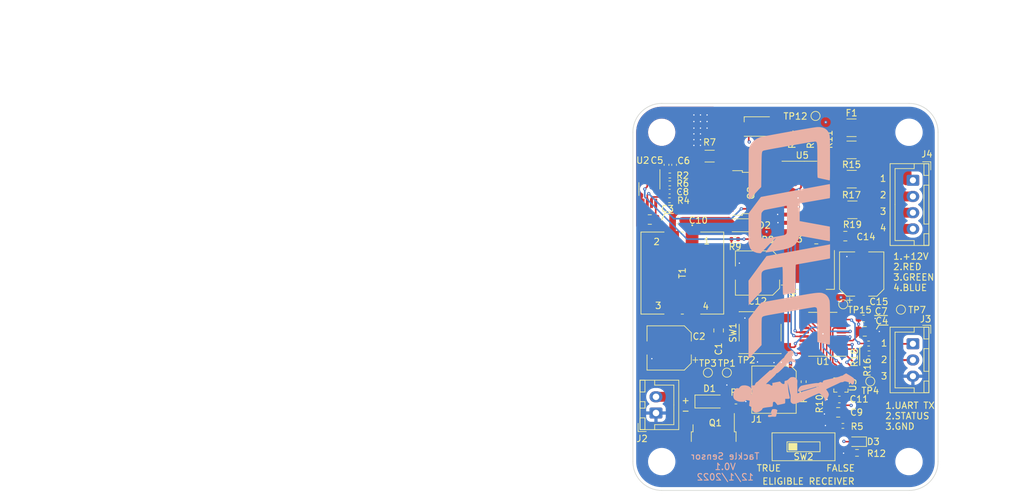
<source format=kicad_pcb>
(kicad_pcb (version 20211014) (generator pcbnew)
  (title_block (title "Tackle Sensor") (date "12/1/2022") (rev "v0.1"))
  (layers (0 "F.Cu" signal) (1 "In1.Cu" signal) (2 "In2.Cu" signal) (31 "B.Cu" signal) (34 "B.Paste" user) (35 "F.Paste" user) (36 "B.SilkS" user "B.Silkscreen") (37 "F.SilkS" user "F.Silkscreen") (38 "B.Mask" user) (39 "F.Mask" user) (44 "Edge.Cuts" user))
  (net 0 "")
  (net 1 "GND")
  (net 2 "Net-(F1-Pad2)")
  (net 3 "Net-(J2-Pad2)")
  (net 4 "+3V3")
  (net 5 "/SWDIO")
  (net 6 "Net-(C8-Pad1)")
  (net 7 "Net-(C6-Pad1)")
  (net 8 "Net-(R4-Pad1)")
  (net 9 "+12V")
  (net 10 "/SWCLK")
  (net 11 "R_PWM")
  (net 12 "G_PWM")
  (net 13 "B_PWM")
  (net 14 "TACKLE_STATUS")
  (net 15 "Net-(J3-Pad1)")
  (net 16 "/RST")
  (net 17 "Net-(R11-Pad2)")
  (net 18 "Net-(D3-Pad1)")
  (net 19 "Net-(J3-Pad2)")
  (net 20 "UART_TX")
  (net 21 "/SPI1_SCK")
  (net 22 "/SPI1_NSS")
  (net 23 "/SPI1_MISO")
  (net 24 "/SPI1_MOSI")
  (net 25 "/ACC_INT2")
  (net 26 "/ACC_INT1")
  (net 27 "UART_RX")
  (net 28 "Net-(C2-Pad1)")
  (net 32 "Net-(C5-Pad1)")
  (net 33 "Net-(C10-Pad1)")
  (net 34 "Net-(C10-Pad2)")
  (net 35 "Net-(D1-Pad2)")
  (net 36 "Net-(D4-Pad1)")
  (net 37 "Net-(D4-Pad3)")
  (net 38 "Net-(D4-Pad4)")
  (net 42 "Net-(J4-Pad2)")
  (net 43 "Net-(J4-Pad3)")
  (net 44 "Net-(J4-Pad4)")
  (net 45 "Net-(Q2-Pad1)")
  (net 46 "Net-(Q2-Pad2)")
  (net 47 "Net-(R5-Pad2)")
  (net 48 "Net-(R8-Pad2)")
  (net 49 "Net-(R10-Pad1)")
  (net 50 "Net-(R13-Pad2)")
  (net 51 "Net-(R14-Pad2)")
  (net 52 "Net-(R15-Pad2)")
  (net 53 "Net-(R17-Pad2)")
  (net 54 "Net-(R19-Pad2)")
  (net 55 "Net-(TP4-Pad1)")
  (footprint "Resistor_SMD:R_0603_1608Metric" (layer "F.Cu") (at 135.7968 36.6644 -90)
    (fp_text reference "R14")
    (fp_text value "1k,1%,25mW")
  )
  (footprint "Connector_JST:JST_XH_B3B-XH-A_1x03_P2.50mm_Vertical" (layer "F.Cu") (at 155.829 68.1882 -90)
    (fp_text reference "J3")
    (fp_text value "Conn_01x03_Male")
  )
  (footprint "Package_SO:VSSOP-8_3.0x3.0mm_P0.65mm" (layer "F.Cu") (at 115.2228 44.323 -90)
    (fp_text reference "U2")
    (fp_text value "LM3488")
  )
  (footprint "MountingHole:MountingHole_3.2mm_M3" (layer "F.Cu") (at 117.1278 86.36)
    (fp_text reference "H3" hide)
    (fp_text value "MountingHole")
  )
  (footprint "Resistor_SMD:R_0402_1005Metric" (layer "F.Cu") (at 149.0576 69.6722)
    (fp_text reference "R16")
    (fp_text value "220,1%,63mW")
  )
  (footprint "rfc_footprint_lib:20021121-00010C4LF" (layer "F.Cu") (at 134.4252 75.2602 180)
    (fp_text reference "J1")
    (fp_text value "Conn_ARM_JTAG_SWD_10")
  )
  (footprint "TestPoint:TestPoint_Pad_D1.0mm" (layer "F.Cu") (at 127.1608 72.644)
    (fp_text reference "TP1")
    (fp_text value "TestPoint")
  )
  (footprint "MountingHole:MountingHole_3.2mm_M3" (layer "F.Cu") (at 155.2278 86.36)
    (fp_text reference "H4" hide)
    (fp_text value "MountingHole")
  )
  (footprint "Resistor_SMD:R_1206_3216Metric" (layer "F.Cu") (at 124.5085 39.243 180)
    (fp_text reference "R7")
    (fp_text value "25mOhm,1%,500mW")
  )
  (footprint "Resistor_SMD:R_0402_1005Metric" (layer "F.Cu") (at 128.5598 77.089)
    (fp_text reference "R1")
    (fp_text value "10k,1%,63mW")
  )
  (footprint "rfc_footprint_lib:SS-3235S-L3" (layer "F.Cu") (at 138.9718 84.074)
    (fp_text reference "SW2")
    (fp_text value "SW_DPDT_x2")
  )
  (footprint "Capacitor_SMD:C_0603_1608Metric" (layer "F.Cu") (at 144.4966 76.7842 180)
    (fp_text reference "C11")
    (fp_text value "1uF, 50V")
  )
  (footprint "Resistor_SMD:R_1210_3225Metric" (layer "F.Cu") (at 146.5049 47.5234 180)
    (fp_text reference "R19")
    (fp_text value "0,0.5W")
  )
  (footprint "Resistor_SMD:R_1210_3225Metric" (layer "F.Cu") (at 146.4033 42.799 180)
    (fp_text reference "R17")
    (fp_text value "0,0.5W")
  )
  (footprint "Package_LGA:LGA-12_2x2mm_P0.5mm" (layer "F.Cu") (at 144.7376 74.549 -90)
    (fp_text reference "U3")
    (fp_text value "LIS2DE12")
  )
  (footprint "Capacitor_SMD:C_0603_1608Metric" (layer "F.Cu") (at 148.2298 64.2874)
    (fp_text reference "C7")
    (fp_text value "1uF, 50V")
  )
  (footprint "Connector_JST:JST_XH_B2B-XH-A_1x02_P2.50mm_Vertical" (layer "F.Cu") (at 116.2388 78.867 90)
    (fp_text reference "J2")
    (fp_text value "Conn_01x02_Male")
  )
  (footprint "Resistor_SMD:R_0603_1608Metric" (layer "F.Cu") (at 147.2146 85.0138 180)
    (fp_text reference "R12")
    (fp_text value "1k,1%,25mW")
  )
  (footprint "Capacitor_SMD:C_0805_2012Metric" (layer "F.Cu") (at 115.2888 49.022 180)
    (fp_text reference "C3")
    (fp_text value "100nF, 50V")
  )
  (footprint "Capacitor_SMD:CP_Elec_6.3x5.8" (layer "F.Cu") (at 118.2708 68.834 180)
    (fp_text reference "C2")
    (fp_text value "10uF, 50V")
  )
  (footprint "Resistor_SMD:R_0402_1005Metric" (layer "F.Cu") (at 138.9972 74.039 -90)
    (fp_text reference "R3")
    (fp_text value "10k,1%,63mW")
  )
  (footprint "Resistor_SMD:R_0603_1608Metric" (layer "F.Cu") (at 141.4864 36.6644 -90)
    (fp_text reference "R11")
    (fp_text value "1k,1%,25mW")
  )
  (footprint "Resistor_SMD:R_0402_1005Metric" (layer "F.Cu") (at 118.3196 46.0502)
    (fp_text reference "R4")
    (fp_text value "56.2k,1%,63mW")
  )
  (footprint "rfc_footprint_lib:test_point" (layer "F.Cu") (at 144.6868 72.7202)
    (fp_text reference "TP11" hide)
    (fp_text value "TestPoint")
  )
  (footprint "Capacitor_SMD:CP_Elec_6.3x5.8" (layer "F.Cu") (at 147.938 57.4294 90)
    (fp_text reference "C15")
    (fp_text value "10uF, 50V")
  )
  (footprint "Button_Switch_SMD:SW_SPST_PTS645" (layer "F.Cu") (at 132.2916 66.4718 180)
    (fp_text reference "SW1")
    (fp_text value "PTS645SL43SMTR92 LFS")
  )
  (footprint "TestPoint:TestPoint_Pad_D1.0mm" (layer "F.Cu") (at 153.9832 62.9158 180)
    (fp_text reference "TP7")
    (fp_text value "TestPoint")
  )
  (footprint "Package_SO:TSSOP-20_4.4x6.5mm_P0.65mm" (layer "F.Cu") (at 141.9436 66.7258 180)
    (fp_text reference "U1")
    (fp_text value "STM32G031Fx")
  )
  (footprint "Resistor_SMD:R_0402_1005Metric" (layer "F.Cu") (at 149.0068 68.1482)
    (fp_text reference "R18")
    (fp_text value "220,1%,63mW")
  )
  (footprint "Capacitor_SMD:C_0805_2012Metric" (layer "F.Cu") (at 144.316 78.7654 180)
    (fp_text reference "C9")
    (fp_text value "100nF, 50V")
  )
  (footprint "Package_SO:SOIC-16_3.9x9.9mm_P1.27mm" (layer "F.Cu") (at 139.0988 45.085)
    (fp_text reference "U5")
    (fp_text value "ULN2003ADR")
  )
  (footprint "rfc_footprint_lib:test_point" (layer "F.Cu") (at 144.4328 71.9074)
    (fp_text reference "TP13" hide)
    (fp_text value "TestPoint")
  )
  (footprint "rfc_footprint_lib:test_point" (layer "F.Cu") (at 143.0612 71.755)
    (fp_text reference "TP8" hide)
    (fp_text value "TestPoint")
  )
  (footprint "Resistor_SMD:R_0402_1005Metric" (layer "F.Cu") (at 128.378 52.0446 180)
    (fp_text reference "R9")
    (fp_text value "10k,1%,63mW")
  )
  (footprint "Resistor_SMD:R_0402_1005Metric" (layer "F.Cu") (at 118.3704 42.235)
    (fp_text reference "R2")
    (fp_text value "634,.1%,63mW")
  )
  (footprint "rfc_footprint_lib:DRQ125-150-R" (layer "F.Cu") (at 120.3028 57.277 -90)
    (fp_text reference "T1")
    (fp_text value "DRQ125-330-R" hide)
  )
  (footprint "Resistor_SMD:R_0402_1005Metric" (layer "F.Cu") (at 131.3244 52.0446 180)
    (fp_text reference "R8")
    (fp_text value "84.5k,1%,63mW")
  )
  (footprint "Resistor_SMD:R_0402_1005Metric" (layer "F.Cu") (at 145.0424 80.8482 180)
    (fp_text reference "R5")
    (fp_text value "10k,1%,63mW")
  )
  (footprint "Package_TO_SOT_SMD:TO-252-2" (layer "F.Cu") (at 125.1298 84.236 -90)
    (fp_text reference "Q1")
    (fp_text value "DMP4051LK3")
  )
  (footprint "Capacitor_SMD:C_0402_1005Metric" (layer "F.Cu") (at 119.0328 40.5866 90)
    (fp_text reference "C6")
    (fp_text value "0.22uF,10%,35V")
  )
  (footprint "Resistor_SMD:R_0603_1608Metric" (layer "F.Cu") (at 138.6416 36.6644 -90)
    (fp_text reference "R13")
    (fp_text value "1k,1%,25mW")
  )
  (footprint "Capacitor_SMD:C_0402_1005Metric" (layer "F.Cu") (at 118.3444 44.7242)
    (fp_text reference "C8")
    (fp_text value "1nF, 50V")
  )
  (footprint "LED_SMD:LED_0603_1608Metric" (layer "F.Cu") (at 147.1891 83.2866 180)
    (fp_text reference "D3")
    (fp_text value "LED")
  )
  (footprint "Resistor_SMD:R_0402_1005Metric" (layer "F.Cu") (at 118.3724 43.4542)
    (fp_text reference "R6")
    (fp_text value "100,1%,63mW")
  )
  (footprint "Capacitor_SMD:C_0402_1005Metric" (layer "F.Cu") (at 117.8644 40.5866 90)
    (fp_text reference "C5")
    (fp_text value "2200pF,10%,50V")
  )
  (footprint "Connector_JST:JST_XH_B4B-XH-A_1x04_P2.50mm_Vertical" (layer "F.Cu") (at 155.829 42.966 -90)
    (fp_text reference "J4")
    (fp_text value "Conn_01x04_Male")
  )
  (footprint "Capacitor_SMD:C_0603_1608Metric" (layer "F.Cu") (at 119.5786 49.149 180)
    (fp_text reference "C10")
    (fp_text value "1uF, 50V")
  )
  (footprint "Package_TO_SOT_SMD:SOT-223-3_TabPin2" (layer "F.Cu") (at 140.318 57.8866 -90)
    (fp_text reference "U4")
    (fp_text value "LD1117S33TR_SOT223")
  )
  (footprint "Capacitor_SMD:C_0805_2012Metric" (layer "F.Cu") (at 145.4132 51.5874)
    (fp_text reference "C14")
    (fp_text value "100nF, 50V")
  )
  (footprint "Capacitor_SMD:CP_Elec_6.3x5.9" (layer "F.Cu") (at 131.8852 57.277 180)
    (fp_text reference "C12")
    (fp_text value "22uF, 20V")
  )
  (footprint "Capacitor_SMD:C_0805_2012Metric" (layer "F.Cu") (at 140.9428 52.0446)
    (fp_text reference "C13")
    (fp_text value "100nF, 50V")
  )
  (footprint "rfc_footprint_lib:test_point" (layer "F.Cu") (at 130.2088 71.1962)
    (fp_text reference "TP2")
    (fp_text value "TestPoint")
  )
  (footprint "rfc_footprint_lib:test_point" (layer "F.Cu") (at 143.7216 72.8218)
    (fp_text reference "TP10" hide)
    (fp_text value "TestPoint")
  )
  (footprint "Package_TO_SOT_SMD:TO-252-2" (layer "F.Cu") (at 127.075 44.9316 180)
    (fp_text reference "Q2")
    (fp_text value "NCE0110K")
  )
  (footprint "rfc_footprint_lib:test_point" (layer "F.Cu") (at 145.8552 72.517)
    (fp_text reference "TP14" hide)
    (fp_text value "TestPoint")
  )
  (footprint "Capacitor_SMD:C_0805_2012Metric" (layer "F.Cu") (at 148.4104 66.2686)
    (fp_text reference "C4")
    (fp_text value "100nF, 50V")
  )
  (footprint "MountingHole:MountingHole_3.2mm_M3" (layer "F.Cu") (at 155.2278 35.56)
    (fp_text reference "H2" hide)
    (fp_text value "MountingHole")
  )
  (footprint "Diode_SMD:D_SOD-123" (layer "F.Cu") (at 124.4938 77.089)
    (fp_text reference "D1")
    (fp_text value "BZT52-B15_R1_00001")
  )
  (footprint "TestPoint:TestPoint_Pad_D1.0mm" (layer "F.Cu") (at 149.2588 73.9902 180)
    (fp_text reference "TP4")
    (fp_text value "TestPoint")
  )
  (footprint "Resistor_SMD:R_0402_1005Metric" (layer "F.Cu") (at 141.4356 74.9026 -90)
    (fp_text reference "R10")
    (fp_text value "0,63mW")
  )
  (footprint "TestPoint:TestPoint_Pad_D1.0mm" (layer "F.Cu") (at 124.2398 72.644)
    (fp_text reference "TP3")
    (fp_text value "TestPoint")
  )
  (footprint "LED_SMD:LED_Cree-PLCC4_3.2x2.8mm_CCW" (layer "F.Cu") (at 131.7836 34.671)
    (fp_text reference "D4")
    (fp_text value "CLV1A-FKB-CK1VW1DE1BB7C3C3")
  )
  (footprint "Resistor_SMD:R_1210_3225Metric" (layer "F.Cu") (at 146.3739 38.2778 180)
    (fp_text reference "R15")
    (fp_text value "0,0.5W")
  )
  (footprint "MountingHole:MountingHole_3.2mm_M3" (layer "F.Cu") (at 117.1278 35.56)
    (fp_text reference "H1" hide)
    (fp_text value "MountingHole")
  )
  (footprint "Resistor_SMD:R_1210_3225Metric" (layer "F.Cu") (at 146.3739 34.8742)
    (fp_text reference "F1")
    (fp_text value "1210L075YR")
  )
  (footprint "rfc_footprint_lib:test_point" (layer "F.Cu") (at 142.35 72.1614)
    (fp_text reference "TP9" hide)
    (fp_text value "TestPoint")
  )
  (footprint "TestPoint:TestPoint_Pad_D1.0mm" (layer "F.Cu") (at 145.0932 62.103)
    (fp_text reference "TP15")
    (fp_text value "TestPoint")
  )
  (footprint "Capacitor_SMD:C_0805_2012Metric" (layer "F.Cu") (at 125.8908 66.1314 90)
    (fp_text reference "C1")
    (fp_text value "100nF, 50V")
  )
  (footprint "Diode_SMD:D_SOD-123F" (layer "F.Cu") (at 129.6216 49.911 180)
    (fp_text reference "D2")
    (fp_text value "DSK34")
  )
  (footprint "TestPoint:TestPoint_Pad_D1.0mm" (layer "F.Cu") (at 140.826 33.0454)
    (fp_text reference "TP12")
    (fp_text value "TestPoint")
  )
  (footprint "rfc_footprint_lib:new_logo_mask" (layer "B.Cu") (at 137.18848 57.53308 -90)
    (fp_text reference "G***")
    (fp_text value "LOGO" hide)
  )
  (footprint "rfc_footprint_lib:new_logo_silk" (layer "B.Cu") (at 137.18848 57.53308 -90)
    (fp_text reference "G***")
    (fp_text value "LOGO" hide)
  )
  (gr_line (start 118.9312 48.0822) (end 117.6104 48.0822) (layer "F.SilkS") (width 0.155))
  (gr_line (start 152.002 65.3034) (end 150.5796 65.3034) (layer "F.SilkS") (width 0.155))
  (gr_line (start 117.6104 48.0822) (end 117.1024 49.0982) (layer "F.SilkS") (width 0.155))
  (gr_line (start 147.6332 68.8086) (end 147.938 68.58) (layer "F.SilkS") (width 0.155))
  (gr_line (start 150.5796 65.3034) (end 150.224 65.913) (layer "F.SilkS") (width 0.155))
  (gr_line (start 147.6332 71.501) (end 147.6332 68.8086) (layer "F.SilkS") (width 0.155))
  (gr_line (start 151.9004 63.8302) (end 149.9192 63.8302) (layer "F.SilkS") (width 0.155))
  (gr_line (start 159.704702 35.56) (end 159.704702 86.36) (layer "Edge.Cuts") (width 0.1))
  (gr_arc (start 112.6828 35.56) (mid 113.98471 32.41691) (end 117.1278 31.115) (layer "Edge.Cuts") (width 0.1))
  (gr_line (start 155.259702 90.805) (end 117.1278 90.805) (layer "Edge.Cuts") (width 0.1))
  (gr_arc (start 155.259702 31.115) (mid 158.402792 32.41691) (end 159.704702 35.56) (layer "Edge.Cuts") (width 0.1))
  (gr_line (start 112.6828 86.36) (end 112.6828 35.56) (layer "Edge.Cuts") (width 0.1))
  (gr_line (start 117.1278 31.115) (end 155.259702 31.115) (layer "Edge.Cuts") (width 0.1))
  (gr_arc (start 159.704702 86.36) (mid 158.402792 89.50309) (end 155.259702 90.805) (layer "Edge.Cuts") (width 0.1))
  (gr_arc (start 117.1278 90.805) (mid 113.98471 89.50309) (end 112.6828 86.36) (layer "Edge.Cuts") (width 0.1))
  (gr_text "Tackle Sensor\nV0.1\n12/1/2022\n" (at 126.9068 87.1474) (layer "B.SilkS") (effects (font (size 1 1)) (justify mirror)))
  (gr_text "FALSE" (at 144.6868 87.376) (layer "F.SilkS") (effects (font (size 1 1))))
  (gr_text "3" (at 151.3924 73.1774) (layer "F.SilkS") (effects (font (size 1 1))))
  (gr_text "3" (at 116.5944 62.3062) (layer "F.SilkS") (effects (font (size 1 1))))
  (gr_text "4" (at 123.9096 62.4078) (layer "F.SilkS") (effects (font (size 1 1))))
  (gr_text "2" (at 151.24 45.2374) (layer "F.SilkS") (effects (font (size 1 1))))
  (gr_text "TRUE" (at 133.6378 87.376) (layer "F.SilkS") (effects (font (size 1 1))))
  (gr_text "1.UART TX\n2.STATUS\n3.GND" (at 151.494 79.3242) (layer "F.SilkS") (effects (font (size 1 1)) (justify left)))
  (gr_text "ELIGIBLE RECEIVER" (at 139.7338 89.408) (layer "F.SilkS") (effects (font (size 1 1))))
  (gr_text "3" (at 151.24 47.7774) (layer "F.SilkS") (effects (font (size 1 1))))
  (gr_text "4" (at 151.24 50.3174) (layer "F.SilkS") (effects (font (size 1 1))))
  (gr_text "1" (at 151.24 42.6974) (layer "F.SilkS") (effects (font (size 1 1))))
  (gr_text "2" (at 116.3404 52.451) (layer "F.SilkS") (effects (font (size 1 1))))
  (gr_text "-\n+" (at 120.8108 77.851 180) (layer "F.SilkS") (effects (font (size 1 1))))
  (gr_text "1.+12V\n2.RED\n3.GREEN\n4.BLUE" (at 152.7132 57.1246) (layer "F.SilkS") (effects (font (size 1 1)) (justify left)))
  (gr_text "1" (at 124.062 52.3494) (layer "F.SilkS") (effects (font (size 1 1))))
  (gr_text "2" (at 151.3924 70.6374) (layer "F.SilkS") (effects (font (size 1 1))))
  (gr_text "1" (at 151.3924 68.0974) (layer "F.SilkS") (effects (font (size 1 1))))
  (segment (start 145.6588 54.7294) (end 145.6516 54.7366) (width 1.016) (layer "F.Cu") (net 1))
  (segment (start 141.5367 75.3115) (end 143.4173 75.3115) (width 0.2286) (layer "F.Cu") (net 1))
  (segment (start 118.8028 65.602) (end 115.5708 68.834) (width 1.524) (layer "F.Cu") (net 1))
  (segment (start 136.6238 49.53) (end 135.0602 49.53) (width 0.508) (layer "F.Cu") (net 1))
  (segment (start 147.938 54.7294) (end 145.6588 54.7294) (width 1.016) (layer "F.Cu") (net 1))
  (segment (start 143.4716 74.799) (end 143.3152 74.9554) (width 0.2286) (layer "F.Cu") (net 1))
  (segment (start 129.0852 57.277) (end 129.0852 55.759) (width 1.016) (layer "F.Cu") (net 1))
  (segment (start 137.775189 74.751011) (end 136.316011 74.751011) (width 0.2286) (layer "F.Cu") (net 1))
  (segment (start 149.3604 66.2686) (end 150.6304 66.2686) (width 0.254) (layer "F.Cu") (net 1))
  (segment (start 143.4173 75.6671) (end 143.4173 75.3115) (width 0.2286) (layer "F.Cu") (net 1))
  (segment (start 143.4173 75.3115) (end 143.9876 75.3115) (width 0.2286) (layer "F.Cu") (net 1))
  (segment (start 141.4718 87.324) (end 141.4718 80.824) (width 0.2286) (layer "F.Cu") (net 1))
  (segment (start 138.9972 73.529) (end 137.775189 74.751011) (width 0.2286) (layer "F.Cu") (net 1))
  (segment (start 134.4252 73.3102) (end 134.4252 71.0946) (width 0.508) (layer "F.Cu") (net 1))
  (segment (start 143.7216 76.7842) (end 142.6548 76.7842) (width 0.2286) (layer "F.Cu") (net 1))
  (segment (start 141.4718 80.824) (end 142.3234 80.824) (width 0.2286) (layer "F.Cu") (net 1))
  (segment (start 115.5708 70.452) (end 115.6038 70.485) (width 1.016) (layer "F.Cu") (net 1))
  (segment (start 145.1948 85.0138) (end 145.144 85.0646) (width 0.2286) (layer "F.Cu") (net 1))
  (segment (start 129.0852 55.759) (end 129.0912 55.753) (width 1.016) (layer "F.Cu") (net 1))
  (segment (start 149.97 64.2874) (end 150.0208 64.2874) (width 0.2286) (layer "F.Cu") (net 1))
  (segment (start 143.3152 75.2094) (end 143.4173 75.3115) (width 0.2286) (layer "F.Cu") (net 1))
  (segment (start 142.1976 78.9686) (end 142.1976 79.0194) (width 0.2286) (layer "F.Cu") (net 1))
  (segment (start 142.618 54.7366) (end 145.6516 54.7366) (width 1.016) (layer "F.Cu") (net 1))
  (segment (start 128.3116 64.2218) (end 129.868 64.2218) (width 0.508) (layer "F.Cu") (net 1))
  (segment (start 118.8244 44.7242) (end 118.8244 46.045) (width 0.254) (layer "F.Cu") (net 1))
  (segment (start 136.316011 74.751011) (end 135.6952 74.1302) (width 0.2286) (layer "F.Cu") (net 1))
  (segment (start 127.352 65.1814) (end 128.3116 64.2218) (width 0.508) (layer "F.Cu") (net 1))
  (segment (start 125.8908 65.1814) (end 127.352 65.1814) (width 0.508) (layer "F.Cu") (net 1))
  (segment (start 118.8028 62.5983) (end 118.8028 65.602) (width 1.524) (layer "F.Cu") (net 1))
  (segment (start 142.4008 78.7654) (end 142.1976 78.9686) (width 0.2286) (layer "F.Cu") (net 1))
  (segment (start 143.366 78.7654) (end 142.4008 78.7654) (width 0.2286) (layer "F.Cu") (net 1))
  (segment (start 142.618 54.7366) (end 142.618 52.7698) (width 1.016) (layer "F.Cu") (net 1))
  (segment (start 135.6952 71.0438) (end 135.5428 71.0438) (width 0.508) (layer "F.Cu") (net 1))
  (segment (start 127.868 52.0446) (end 127.868 54.5298) (width 0.254) (layer "F.Cu") (net 1))
  (segment (start 136.2716 64.2218) (end 129.94 64.2218) (width 0.508) (layer "F.Cu") (net 1))
  (segment (start 144.4876 75.3115) (end 143.9876 75.3115) (width 0.2286) (layer "F.Cu") (net 1))
  (segment (start 146.3632 51.5874) (end 146.3632 54.025) (width 1.016) (layer "F.Cu") (net 1))
  (segment (start 142.618 52.7698) (end 141.8928 52.0446) (width 1.016) (layer "F.Cu") (net 1))
  (segment (start 146.0584 67.1322) (end 146.1092 67.1322) (width 0.2286) (layer "F.Cu") (net 1))
  (segment (start 119.942 44.7242) (end 119.9472 44.7294) (width 0.254) (layer "F.Cu") (net 1))
  (segment (start 127.1608 72.644) (end 127.1608 74.549) (width 1.016) (layer "F.Cu") (net 1))
  (segment (start 129.0698 77.089) (end 130.0818 77.089) (width 0.254) (layer "F.Cu") (net 1))
  (segment (start 141.4356 75.4126) (end 141.5367 75.3115) (width 0.2286) (layer "F.Cu") (net 1))
  (segment (start 144.8061 67.0508) (end 145.977 67.0508) (width 0.2286) (layer "F.Cu") (net 1))
  (segment (start 142.6548 76.7842) (end 142.604 76.7842) (width 0.2286) (layer "F.Cu") (net 1))
  (segment (start 146.3896 85.0138) (end 145.1948 85.0138) (width 0.2286) (layer "F.Cu") (net 1))
  (segment (start 143.7216 75.9714) (end 143.4173 75.6671) (width 0.2286) (layer "F.Cu") (net 1))
  (segment (start 115.5708 68.834) (end 115.5708 70.452) (width 1.016) (layer "F.Cu") (net 1))
  (segment (start 135.6952 73.3102) (end 135.6952 71.0438) (width 0.508) (layer "F.Cu") (net 1))
  (segment (start 143.3152 74.9554) (end 143.3152 75.2094) (width 0.2286) (layer "F.Cu") (net 1))
  (segment (start 127.868 54.5298) (end 129.0912 55.753) (width 0.254) (layer "F.Cu") (net 1))
  (segment (start 143.9751 74.799) (end 143.4716 74.799) (width 0.2286) (layer "F.Cu") (net 1))
  (segment (start 149.0048 64.2874) (end 149.97 64.2874) (width 0.2286) (layer "F.Cu") (net 1))
  (segment (start 143.366 78.7654) (end 143.366 77.1398) (width 0.2286) (layer "F.Cu") (net 1))
  (segment (start 136.6238 48.26) (end 135.0094 48.26) (width 0.508) (layer "F.Cu") (net 1))
  (segment (start 143.7216 76.7842) (end 143.7216 75.9714) (width 0.2286) (layer "F.Cu") (net 1))
  (segment (start 146.3632 54.025) (end 145.6588 54.7294) (width 1.016) (layer "F.Cu") (net 1))
  (segment (start 143.366 77.1398) (end 143.7216 76.7842) (width 0.2286) (layer "F.Cu") (net 1))
  (segment (start 145.977 67.0508) (end 146.0584 67.1322) (width 0.2286) (layer "F.Cu") (net 1))
  (segment (start 135.6952 74.1302) (end 135.6952 73.3102) (width 0.2286) (layer "F.Cu") (net 1))
  (segment (start 131.8852 73.3102) (end 131.8852 70.993) (width 0.508) (layer "F.Cu") (net 1))
  (segment (start 142.3234 80.824) (end 142.35 80.7974) (width 0.2286) (layer "F.Cu") (net 1))
  (segment (start 118.8244 44.7242) (end 119.942 44.7242) (width 0.254) (layer "F.Cu") (net 1))
  (segment (start 135.0602 49.53) (end 135.0348 49.5046) (width 0.508) (layer "F.Cu") (net 1))
  (segment (start 118.8244 46.045) (end 118.8296 46.0502) (width 0.254) (layer "F.Cu") (net 1))
  (segment (start 150.6304 66.2686) (end 150.6558 66.294) (width 0.254) (layer "F.Cu") (net 1))
  (segment (start 135.0094 48.26) (end 134.984 48.2346) (width 0.508) (layer "F.Cu") (net 1))
  (via (at 119.9472 44.7294) (size 0.5) (drill 0.2) (layers "F.Cu" "B.Cu") (net 1))
  (via (at 123.0968 36.703) (size 0.5) (drill 0.2) (layers "F.Cu" "B.Cu") (net 1))
  (via (at 135.0348 49.5046) (size 0.5) (drill 0.2) (layers "F.Cu" "B.Cu") (net 1))
  (via (at 122.0808 35.814) (size 0.5) (drill 0.2) (layers "F.Cu" "B.Cu") (net 1))
  (via (at 123.0968 34.925) (size 0.5) (drill 0.2) (layers "F.Cu" "B.Cu") (net 1))
  (via (at 131.8852 70.993) (size 0.5) (drill 0.2) (layers "F.Cu" "B.Cu") (net 1))
  (via (at 129.0912 55.753) (size 0.5) (drill 0.2) (layers "F.Cu" "B.Cu") (net 1))
  (via (at 124.1128 34.925) (size 0.5) (drill 0.2) (layers "F.Cu" "B.Cu") (net 1))
  (via (at 142.604 76.7842) (size 0.5) (drill 0.2) (layers "F.Cu" "B.Cu") (net 1))
  (via (at 142.35 80.7974) (size 0.5) (drill 0.2) (layers "F.Cu" "B.Cu") (net 1))
  (via (at 150.6558 66.294) (size 0.5) (drill 0.2) (layers "F.Cu" "B.Cu") (net 1))
  (via (at 135.5428 71.0438) (size 0.5) (drill 0.2) (layers "F.Cu" "B.Cu") (net 1))
  (via (at 122.0808 36.703) (size 0.5) (drill 0.2) (layers "F.Cu" "B.Cu") (net 1))
  (via (at 129.94 64.2218) (size 0.5) (drill 0.2) (layers "F.Cu" "B.Cu") (net 1))
  (via (at 150.0208 64.2874) (size 0.5) (drill 0.2) (layers "F.Cu" "B.Cu") (net 1))
  (via (at 122.0808 32.893) (size 0.5) (drill 0.2) (layers "F.Cu" "B.Cu") (net 1))
  (via (at 123.0968 32.893) (size 0.5) (drill 0.2) (layers "F.Cu" "B.Cu") (net 1))
  (via (at 123.0968 35.814) (size 0.5) (drill 0.2) (layers "F.Cu" "B.Cu") (net 1))
  (via (at 134.4252 71.0946) (size 0.5) (drill 0.2) (layers "F.Cu" "B.Cu") (net 1))
  (via (at 145.6516 54.7366) (size 0.5) (drill 0.2) (layers "F.Cu" "B.Cu") (net 1))
  (via (at 124.1128 33.909) (size 0.5) (drill 0.2) (layers "F.Cu" "B.Cu") (net 1))
  (via (at 127.1608 74.549) (size 0.5) (drill 0.2) (layers "F.Cu" "B.Cu") (net 1))
  (via (at 124.1128 32.893) (size 0.5) (drill 0.2) (layers "F.Cu" "B.Cu") (net 1))
  (via (at 146.1092 67.1322) (size 0.5) (drill 0.2) (layers "F.Cu" "B.Cu") (net 1))
  (via (at 130.0818 77.089) (size 0.5) (drill 0.2) (layers "F.Cu" "B.Cu") (net 1))
  (via (at 123.0968 37.592) (size 0.5) (drill 0.2) (layers "F.Cu" "B.Cu") (net 1))
  (via (at 142.1976 79.0194) (size 0.5) (drill 0.2) (layers "F.Cu" "B.Cu") (net 1))
  (via (at 122.0808 33.909) (size 0.5) (drill 0.2) (layers "F.Cu" "B.Cu") (net 1))
  (via (at 122.0808 37.592) (size 0.5) (drill 0.2) (layers "F.Cu" "B.Cu") (net 1))
  (via (at 115.6038 70.485) (size 0.5) (drill 0.2) (layers "F.Cu" "B.Cu") (net 1))
  (via (at 123.0968 33.909) (size 0.5) (drill 0.2) (layers "F.Cu" "B.Cu") (net 1))
  (via (at 145.144 85.0646) (size 0.5) (drill 0.2) (layers "F.Cu" "B.Cu") (net 1))
  (via (at 134.984 48.2346) (size 0.5) (drill 0.2) (layers "F.Cu" "B.Cu") (net 1))
  (via (at 122.0808 34.925) (size 0.5) (drill 0.2) (layers "F.Cu" "B.Cu") (net 1))
  (segment (start 147.8364 34.8742) (end 154.8468 41.8846) (width 1.524) (layer "F.Cu") (net 2))
  (segment (start 154.8468 41.8846) (end 154.8468 42.966) (width 1.524) (layer "F.Cu") (net 2))
  (segment (start 154.8468 42.966) (end 155.829 42.966) (width 1.524) (layer "F.Cu") (net 2))
  (segment (start 118.1838 76.367) (end 119.1598 77.343) (width 1.524) (layer "F.Cu") (net 3))
  (segment (start 119.1598 81.534) (end 123.9618 86.336) (width 1.524) (layer "F.Cu") (net 3))
  (segment (start 123.9618 86.336) (end 125.1298 86.336) (width 1.524) (layer "F.Cu") (net 3))
  (segment (start 119.1598 77.343) (end 119.1598 81.534) (width 1.524) (layer "F.Cu") (net 3))
  (segment (start 116.2388 76.367) (end 118.1838 76.367) (width 1.524) (layer "F.Cu") (net 3))
  (segment (start 145.5524 79.0518) (end 145.266 78.7654) (width 0.2286) (layer "F.Cu") (net 4))
  (segment (start 145.266 78.7654) (end 145.266 77.6682) (width 0.2286) (layer "F.Cu") (net 4))
  (segment (start 145.4876 76.5682) (end 145.2716 76.7842) (width 0.2286) (layer "F.Cu") (net 4))
  (segment (start 140.318 61.0366) (end 144.7372 61.0366) (width 1.016) (layer "F.Cu") (net 4))
  (segment (start 147.0308 61.0366) (end 147.938 60.1294) (width 1.016) (layer "F.Cu") (net 4))
  (segment (start 147.4604 66.797) (end 146.5566 67.7008) (width 0.2286) (layer "F.Cu") (net 4))
  (segment (start 145.266 76.7898) (end 145.2716 76.7842) (width 0.2286) (layer "F.Cu") (net 4))
  (segment (start 145.266 77.6682) (end 145.266 76.7898) (width 0.2286) (layer "F.Cu") (net 4))
  (segment (start 144.9876 75.3115) (end 145.4876 75.3115) (width 0.2286) (layer "F.Cu") (net 4))
  (segment (start 147.4548 66.263) (end 147.4604 66.2686) (width 0.2286) (layer "F.Cu") (net 4))
  (segment (start 140.318 54.7366) (end 140.318 61.0366) (width 1.016) (layer "F.Cu") (net 4))
  (segment (start 145.266 77.6682) (end 146.282 77.6682) (width 0.2286) (layer "F.Cu") (net 4))
  (segment (start 145.2456 83.2866) (end 145.1948 83.2358) (width 0.2286) (layer "F.Cu") (net 4))
  (segment (start 145.4876 75.3115) (end 145.4876 76.5682) (width 0.2286) (layer "F.Cu") (net 4))
  (segment (start 136.9652 73.3102) (end 136.9652 71.1454) (width 0.508) (layer "F.Cu") (net 4))
  (segment (start 146.5566 67.7008) (end 144.8061 67.7008) (width 0.2286) (layer "F.Cu") (net 4))
  (segment (start 144.7372 61.0366) (end 147.0308 61.0366) (width 1.016) (layer "F.Cu") (net 4))
  (segment (start 145.0932 62.103) (end 145.0932 61.3926) (width 0.254) (layer "F.Cu") (net 4))
  (segment (start 147.4548 64.2874) (end 147.4548 65.1758) (width 0.2286) (layer "F.Cu") (net 4))
  (segment (start 145.5524 80.8482) (end 145.5524 79.0518) (width 0.2286) (layer "F.Cu") (net 4))
  (segment (start 145.0932 61.3926) (end 144.7372 61.0366) (width 0.254) (layer "F.Cu") (net 4))
  (segment (start 146.282 77.6682) (end 146.3124 77.6986) (width 0.2286) (layer "F.Cu") (net 4))
  (segment (start 147.4548 65.1758) (end 147.4548 66.263) (width 0.2286) (layer "F.Cu") (net 4))
  (segment (start 147.4604 66.2686) (end 147.4604 66.797) (width 0.2286) (layer "F.Cu") (net 4))
  (segment (start 146.4016 83.2866) (end 145.2456 83.2866) (width 0.2286) (layer "F.Cu") (net 4))
  (via (at 146.3124 77.6986) (size 0.5) (drill 0.2) (layers "F.Cu" "B.Cu") (net 4))
  (via (at 144.7372 61.0366) (size 0.5) (drill 0.2) (layers "F.Cu" "B.Cu") (net 4))
  (via (at 136.9652 71.1454) (size 0.5) (drill 0.2) (layers "F.Cu" "B.Cu") (net 4))
  (via (at 147.4548 65.1758) (size 0.5) (drill 0.2) (layers "F.Cu" "B.Cu") (net 4))
  (via (at 145.1948 83.2358) (size 0.5) (drill 0.2) (layers "F.Cu" "B.Cu") (net 4))
  (segment (start 140.414531 75.773269) (end 138.9776 77.2102) (width 0.2286) (layer "F.Cu") (net 5))
  (segment (start 139.650592 68.3508) (end 140.414531 69.114739) (width 0.2286) (layer "F.Cu") (net 5))
  (segment (start 140.414531 69.114739) (end 140.414531 75.773269) (width 0.2286) (layer "F.Cu") (net 5))
  (segment (start 139.0811 68.3508) (end 139.650592 68.3508) (width 0.2286) (layer "F.Cu") (net 5))
  (segment (start 138.9776 77.2102) (end 136.9652 77.2102) (width 0.2286) (layer "F.Cu") (net 5))
  (segment (start 117.8624 43.4542) (end 117.8624 44.7222) (width 0.254) (layer "F.Cu") (net 6))
  (segment (start 117.529 43.4542) (end 116.1978 42.123) (width 0.254) (layer "F.Cu") (net 6))
  (segment (start 117.8624 44.7222) (end 117.8644 44.7242) (width 0.254) (layer "F.Cu") (net 6))
  (segment (start 117.8624 43.4542) (end 117.529 43.4542) (width 0.254) (layer "F.Cu") (net 6))
  (segment (start 119.0328 41.0666) (end 119.0328 42.0826) (width 0.254) (layer "F.Cu") (net 7))
  (segment (start 119.0328 42.0826) (end 118.8804 42.235) (width 0.254) (layer "F.Cu") (net 7))
  (segment (start 117.303889 45.544489) (end 115.719289 45.544489) (width 0.254) (layer "F.Cu") (net 8))
  (segment (start 117.8096 46.0502) (end 117.303889 45.544489) (width 0.254) (layer "F.Cu") (net 8))
  (segment (start 115.5478 45.715978) (end 115.5478 46.523) (width 0.254) (layer "F.Cu") (net 8))
  (segment (start 115.719289 45.544489) (end 115.5478 45.715978) (width 0.254) (layer "F.Cu") (net 8))
  (segment (start 130.6152 37.0078) (end 130.6152 37.0586) (width 0.254) (layer "F.Cu") (net 9))
  (segment (start 139.7328 52.3046) (end 139.9928 52.0446) (width 1.016) (layer "F.Cu") (net 9))
  (segment (start 134.6852 52.3046) (end 139.7328 52.3046) (width 1.016) (layer "F.Cu") (net 9))
  (segment (start 131.8344 50.7238) (end 131.0216 49.911) (width 0.254) (layer "F.Cu") (net 9))
  (segment (start 131.8344 52.0446) (end 131.8344 50.7238) (width 0.254) (layer "F.Cu") (net 9))
  (segment (start 139.9928 52.0446) (end 139.9928 51.111) (width 1.016) (layer "F.Cu") (net 9))
  (segment (start 141.7912 34.0106) (end 140.826 33.0454) (width 1.524) (layer "F.Cu") (net 9))
  (segment (start 138.018 54.7366) (end 134.6916 54.7366) (width 1.016) (layer "F.Cu") (net 9))
  (segment (start 134.6852 57.277) (end 134.6852 54.743) (width 1.016) (layer "F.Cu") (net 9))
  (segment (start 143.2644 34.8742) (end 142.4008 34.0106) (width 1.524) (layer "F.Cu") (net 9))
  (segment (start 130.5336 36.9262) (end 130.6152 37.0078) (width 0.254) (layer "F.Cu") (net 9))
  (segment (start 144.9114 34.8742) (end 143.2644 34.8742) (width 1.524) (layer "F.Cu") (net 9))
  (segment (start 142.4058 49.53) (end 144.4632 51.5874) (width 1.016) (layer "F.Cu") (net 9))
  (segment (start 134.6852 52.3046) (end 132.2916 49.911) (width 1.016) (layer "F.Cu") (net 9))
  (segment (start 142.4008 34.0106) (end 141.7912 34.0106) (width 1.524) (layer "F.Cu") (net 9))
  (segment (start 132.2916 49.911) (end 131.0216 49.911) (width 1.016) (layer "F.Cu") (net 9))
  (segment (start 134.6916 54.7366) (end 134.6852 54.743) (width 1.016) (layer "F.Cu") (net 9))
  (segment (start 141.5738 49.53) (end 142.4058 49.53) (width 1.016) (layer "F.Cu") (net 9))
  (segment (start 139.9928 51.111) (end 141.5738 49.53) (width 1.016) (layer "F.Cu") (net 9))
  (segment (start 130.5336 35.371) (end 130.5336 36.9262) (width 0.254) (layer "F.Cu") (net 9))
  (segment (start 134.6852 54.743) (end 134.6852 52.3046) (width 1.016) (layer "F.Cu") (net 9))
  (via (at 130.6152 37.0586) (size 0.5) (drill 0.2) (layers "F.Cu" "B.Cu") (net 9))
  (via (at 142.4008 34.0106) (size 0.5) (drill 0.2) (layers "F.Cu" "B.Cu") (net 9))
  (via (at 133.2822 50.9016) (size 0.5) (drill 0.2) (layers "F.Cu" "B.Cu") (net 9))
  (segment (start 136.344389 75.769389) (end 135.6952 76.418578) (width 0.2286) (layer "F.Cu") (net 10))
  (segment (start 138.9972 74.549) (end 137.776811 75.769389) (width 0.2286) (layer "F.Cu") (net 10))
  (segment (start 139.6068 74.549) (end 140.05942 74.09638) (width 0.2286) (layer "F.Cu") (net 10))
  (segment (start 135.6952 76.418578) (end 135.6952 77.2102) (width 0.2286) (layer "F.Cu") (net 10))
  (segment (start 139.650592 69.0008) (end 139.0811 69.0008) (width 0.2286) (layer "F.Cu") (net 10))
  (segment (start 140.05942 69.409628) (end 139.650592 69.0008) (width 0.2286) (layer "F.Cu") (net 10))
  (segment (start 140.05942 74.09638) (end 140.05942 69.409628) (width 0.2286) (layer "F.Cu") (net 10))
  (segment (start 137.776811 75.769389) (end 136.344389 75.769389) (width 0.2286) (layer "F.Cu") (net 10))
  (segment (start 138.9972 74.549) (end 139.6068 74.549) (width 0.2286) (layer "F.Cu") (net 10))
  (segment (start 137.4986 40.64) (end 138.5908 41.7322) (width 0.254) (layer "F.Cu") (net 11))
  (segment (start 138.5908 41.7322) (end 138.5908 44.069) (width 0.254) (layer "F.Cu") (net 11))
  (segment (start 138.5908 44.069) (end 138.2352 44.4246) (width 0.254) (layer "F.Cu") (net 11))
  (segment (start 138.0026 69.6508) (end 137.8288 69.8246) (width 0.2286) (layer "F.Cu") (net 11))
  (segment (start 139.0811 69.6508) (end 138.0026 69.6508) (width 0.2286) (layer "F.Cu") (net 11))
  (segment (start 136.6238 40.64) (end 137.4986 40.64) (width 0.254) (layer "F.Cu") (net 11))
  (segment (start 138.2352 44.4246) (end 136.6492 44.4246) (width 0.2286) (layer "F.Cu") (net 11))
  (segment (start 136.6492 44.4246) (end 136.6238 44.45) (width 0.2286) (layer "F.Cu") (net 11))
  (via (at 138.2352 44.4246) (size 0.5) (drill 0.2) (layers "F.Cu" "B.Cu") (net 11))
  (via (at 137.8288 69.8246) (size 0.5) (drill 0.2) (layers "F.Cu" "B.Cu") (net 11))
  (segment (start 136.6096 68.6054) (end 136.6096 45.6946) (width 0.2286) (layer "B.Cu") (net 11))
  (segment (start 137.8288 69.8246) (end 136.6096 68.6054) (width 0.2286) (layer "B.Cu") (net 11))
  (segment (start 136.6096 45.6946) (end 137.8796 44.4246) (width 0.2286) (layer "B.Cu") (net 11))
  (segment (start 137.8796 44.4246) (end 138.2352 44.4246) (width 0.2286) (layer "B.Cu") (net 11))
  (segment (start 135.62428 43.73352) (end 135.0348 44.323) (width 0.254) (layer "F.Cu") (net 12))
  (segment (start 135.5174 45.72) (end 136.6238 45.72) (width 0.254) (layer "F.Cu") (net 12))
  (segment (start 136.6238 41.91) (end 137.5748 41.91) (width 0.254) (layer "F.Cu") (net 12))
  (segment (start 139.0811 67.0508) (end 137.595 67.0508) (width 0.2286) (layer "F.Cu") (net 12))
  (segment (start 135.0348 44.323) (end 135.0348 45.2374) (width 0.254) (layer "F.Cu") (net 12))
  (segment (start 138.1336 45.6946) (end 136.6492 45.6946) (width 0.2286) (layer "F.Cu") (net 12))
  (segment (start 138.0828 43.434) (end 137.78328 43.73352) (width 0.254) (layer "F.Cu") (net 12))
  (segment (start 137.595 67.0508) (end 137.4732 66.929) (width 0.2286) (layer "F.Cu") (net 12))
  (segment (start 137.78328 43.73352) (end 135.62428 43.73352) (width 0.254) (layer "F.Cu") (net 12))
  (segment (start 135.0348 45.2374) (end 135.5174 45.72) (width 0.254) (layer "F.Cu") (net 12))
  (segment (start 138.0828 42.418) (end 138.0828 43.434) (width 0.254) (layer "F.Cu") (net 12))
  (segment (start 137.5748 41.91) (end 138.0828 42.418) (width 0.254) (layer "F.Cu") (net 12))
  (segment (start 136.6492 45.6946) (end 136.6238 45.72) (width 0.2286) (layer "F.Cu") (net 12))
  (via (at 137.4732 66.929) (size 0.5) (drill 0.2) (layers "F.Cu" "B.Cu") (net 12))
  (via (at 138.1336 45.6946) (size 0.5) (drill 0.2) (layers "F.Cu" "B.Cu") (net 12))
  (segment (start 137.4732 66.929) (end 137.0668 66.5226) (width 0.2286) (layer "B.Cu") (net 12))
  (segment (start 137.0668 65.8114) (end 137.0668 46.7614) (width 0.2286) (layer "B.Cu") (net 12))
  (segment (start 137.0668 46.7614) (end 138.1336 45.6946) (width 0.2286) (layer "B.Cu") (net 12))
  (segment (start 137.0668 66.5226) (end 137.0668 65.8114) (width 0.2286) (layer "B.Cu") (net 12))
  (segment (start 134.3744 46.0756) (end 134.3744 44.1706) (width 0.254) (layer "F.Cu") (net 13))
  (segment (start 135.2888 46.99) (end 134.3744 46.0756) (width 0.254) (layer "F.Cu") (net 13))
  (segment (start 134.3744 44.1706) (end 135.365 43.18) (width 0.254) (layer "F.Cu") (net 13))
  (segment (start 139.0811 66.4008) (end 137.9102 66.4008) (width 0.2286) (layer "F.Cu") (net 13))
  (segment (start 137.9102 66.4008) (end 137.6764 66.167) (width 0.2286) (layer "F.Cu") (net 13))
  (segment (start 136.7 47.0662) (end 136.6238 46.99) (width 0.2286) (layer "F.Cu") (net 13))
  (segment (start 136.6238 46.99) (end 135.2888 46.99) (width 0.254) (layer "F.Cu") (net 13))
  (segment (start 135.365 43.18) (end 136.6238 43.18) (width 0.254) (layer "F.Cu") (net 13))
  (segment (start 138.1844 47.0662) (end 136.7 47.0662) (width 0.2286) (layer "F.Cu") (net 13))
  (via (at 137.6764 66.167) (size 0.5) (drill 0.2) (layers "F.Cu" "B.Cu") (net 13))
  (via (at 138.1844 47.0662) (size 0.5) (drill 0.2) (layers "F.Cu" "B.Cu") (net 13))
  (segment (start 137.6764 47.5742) (end 138.1844 47.0662) (width 0.2286) (layer "B.Cu") (net 13))
  (segment (start 137.6764 66.167) (end 137.6764 47.5742) (width 0.2286) (layer "B.Cu") (net 13))
  (segment (start 147.43 69.6722) (end 146.7586 69.0008) (width 0.2286) (layer "F.Cu") (net 14))
  (segment (start 146.7586 69.0008) (end 144.8061 69.0008) (width 0.2286) (layer "F.Cu") (net 14))
  (segment (start 148.5476 69.6722) (end 147.43 69.6722) (width 0.2286) (layer "F.Cu") (net 14))
  (segment (start 149.5676 68.199) (end 155.8182 68.199) (width 0.254) (layer "F.Cu") (net 15))
  (segment (start 155.8182 68.199) (end 155.829 68.1882) (width 0.254) (layer "F.Cu") (net 15))
  (segment (start 149.5168 68.1482) (end 149.5676 68.199) (width 0.254) (layer "F.Cu") (net 15))
  (segment (start 144.8061 66.4008) (end 146.0278 66.4008) (width 0.254) (layer "F.Cu") (net 16))
  (segment (start 137.7272 68.5546) (end 137.56 68.7218) (width 0.254) (layer "F.Cu") (net 16))
  (segment (start 128.3116 68.7218) (end 130.2448 68.7218) (width 0.508) (layer "F.Cu") (net 16))
  (segment (start 146.0278 66.4008) (end 146.16 66.2686) (width 0.254) (layer "F.Cu") (net 16))
  (segment (start 131.8852 77.2102) (end 130.2088 75.5338) (width 0.508) (layer "F.Cu") (net 16))
  (segment (start 130.2088 75.5338) (end 130.2088 68.7578) (width 0.508) (layer "F.Cu") (net 16))
  (segment (start 137.56 68.7218) (end 136.2716 68.7218) (width 0.254) (layer "F.Cu") (net 16))
  (segment (start 130.2088 68.7578) (end 130.2448 68.7218) (width 0.508) (layer "F.Cu") (net 16))
  (segment (start 130.2448 68.7218) (end 136.2716 68.7218) (width 0.508) (layer "F.Cu") (net 16))
  (segment (start 126.6712 67.0814) (end 128.3116 68.7218) (width 0.508) (layer "F.Cu") (net 16))
  (segment (start 137.7272 68.1482) (end 137.7272 68.5546) (width 0.254) (layer "F.Cu") (net 16))
  (segment (start 125.8908 67.0814) (end 126.6712 67.0814) (width 0.508) (layer "F.Cu") (net 16))
  (via (at 137.7272 68.1482) (size 0.5) (drill 0.2) (layers "F.Cu" "B.Cu") (net 16))
  (via (at 146.16 66.2686) (size 0.5) (drill 0.2) (layers "F.Cu" "B.Cu") (net 16))
  (segment (start 140.2164 65.659) (end 137.7272 68.1482) (width 0.254) (layer "B.Cu") (net 16))
  (segment (start 142.35 65.659) (end 140.2164 65.659) (width 0.254) (layer "B.Cu") (net 16))
  (segment (start 142.9596 66.2686) (end 142.35 65.659) (width 0.254) (layer "B.Cu") (net 16))
  (segment (start 146.16 66.2686) (end 142.9596 66.2686) (width 0.254) (layer "B.Cu") (net 16))
  (segment (start 141.4864 40.5526) (end 141.5738 40.64) (width 0.254) (layer "F.Cu") (net 17))
  (segment (start 141.4864 37.4894) (end 141.4864 40.5526) (width 0.254) (layer "F.Cu") (net 17))
  (segment (start 147.9766 83.2866) (end 147.9766 84.9508) (width 0.2286) (layer "F.Cu") (net 18))
  (segment (start 147.9766 84.9508) (end 148.0396 85.0138) (width 0.2286) (layer "F.Cu") (net 18))
  (segment (start 154.9738 70.699) (end 154.5312 70.699) (width 0.254) (layer "F.Cu") (net 19))
  (segment (start 154.5312 70.699) (end 154.542 70.6882) (width 0.254) (layer "F.Cu") (net 19))
  (segment (start 152.002 69.6722) (end 149.5676 69.6722) (width 0.254) (layer "F.Cu") (net 19))
  (segment (start 153.0288 70.699) (end 152.002 69.6722) (width 0.254) (layer "F.Cu") (net 19))
  (segment (start 154.542 70.6882) (end 155.829 70.6882) (width 0.254) (layer "F.Cu") (net 19))
  (segment (start 154.5312 70.699) (end 153.0288 70.699) (width 0.254) (layer "F.Cu") (net 19))
  (segment (start 147.557 68.1482) (end 147.4808 68.072) (width 0.2286) (layer "F.Cu") (net 20))
  (segment (start 146.2726 64.4508) (end 146.3632 64.5414) (width 0.2286) (layer "F.Cu") (net 20))
  (segment (start 144.8061 64.4508) (end 146.2726 64.4508) (width 0.2286) (layer "F.Cu") (net 20))
  (segment (start 148.4968 68.1482) (end 147.557 68.1482) (width 0.2286) (layer "F.Cu") (net 20))
  (via (at 147.4808 68.072) (size 0.5) (drill 0.2) (layers "F.Cu" "B.Cu") (net 20))
  (via (at 146.3632 64.5414) (size 0.5) (drill 0.2) (layers "F.Cu" "B.Cu") (net 20))
  (segment (start 146.910999 67.502199) (end 146.910999 65.089199) (width 0.2286) (layer "B.Cu") (net 20))
  (segment (start 147.4808 68.072) (end 146.910999 67.502199) (width 0.2286) (layer "B.Cu") (net 20))
  (segment (start 146.910999 65.089199) (end 146.3632 64.5414) (width 0.2286) (layer "B.Cu") (net 20))
  (segment (start 144.8061 65.1008) (end 143.3146 65.1008) (width 0.2286) (layer "F.Cu") (net 21))
  (segment (start 144.765422 72.7202) (end 144.6868 72.7202) (width 0.2286) (layer "F.Cu") (net 21))
  (segment (start 143.127489 65.287911) (end 143.127489 71.211689) (width 0.2286) (layer "F.Cu") (net 21))
  (segment (start 145.4876 73.442378) (end 144.765422 72.7202) (width 0.2286) (layer "F.Cu") (net 21))
  (segment (start 143.127489 71.211689) (end 143.607789 71.691989) (width 0.2286) (layer "F.Cu") (net 21))
  (segment (start 143.3146 65.1008) (end 143.127489 65.287911) (width 0.2286) (layer "F.Cu") (net 21))
  (segment (start 143.658589 71.691989) (end 144.6868 72.7202) (width 0.2286) (layer "F.Cu") (net 21))
  (segment (start 145.4876 73.7865) (end 145.4876 73.442378) (width 0.2286) (layer "F.Cu") (net 21))
  (segment (start 143.607789 71.691989) (end 143.658589 71.691989) (width 0.2286) (layer "F.Cu") (net 21))
  (segment (start 144.9876 73.7865) (end 144.9876 73.541164) (width 0.2286) (layer "F.Cu") (net 22))
  (segment (start 144.9876 73.541164) (end 143.506236 72.0598) (width 0.2286) (layer "F.Cu") (net 22))
  (segment (start 142.538201 71.232001) (end 142.538201 66.449749) (width 0.2286) (layer "F.Cu") (net 22))
  (segment (start 143.0612 71.755) (end 143.366 72.0598) (width 0.2286) (layer "F.Cu") (net 22))
  (segment (start 142.538201 66.449749) (end 139.889252 63.8008) (width 0.2286) (layer "F.Cu") (net 22))
  (segment (start 143.366 72.0598) (end 143.506236 72.0598) (width 0.2286) (layer "F.Cu") (net 22))
  (segment (start 143.0612 71.755) (end 142.538201 71.232001) (width 0.2286) (layer "F.Cu") (net 22))
  (segment (start 139.889252 63.8008) (end 139.0811 63.8008) (width 0.2286) (layer "F.Cu") (net 22))
  (segment (start 143.607836 72.8218) (end 143.7216 72.8218) (width 0.2286) (layer "F.Cu") (net 23))
  (segment (start 139.0811 65.1008) (end 139.650592 65.1008) (width 0.2286) (layer "F.Cu") (net 23))
  (segment (start 144.4876 73.543366) (end 143.766034 72.8218) (width 0.2286) (layer "F.Cu") (net 23))
  (segment (start 142.0452 71.259164) (end 143.607836 72.8218) (width 0.2286) (layer "F.Cu") (net 23))
  (segment (start 144.4876 73.7865) (end 144.4876 73.543366) (width 0.2286) (layer "F.Cu") (net 23))
  (segment (start 142.0452 67.495408) (end 142.0452 71.259164) (width 0.2286) (layer "F.Cu") (net 23))
  (segment (start 143.766034 72.8218) (end 143.7216 72.8218) (width 0.2286) (layer "F.Cu") (net 23))
  (segment (start 139.650592 65.1008) (end 142.0452 67.495408) (width 0.2286) (layer "F.Cu") (net 23))
  (segment (start 139.0811 65.7508) (end 139.79839 65.7508) (width 0.2286) (layer "F.Cu") (net 24))
  (segment (start 142.35 72.1614) (end 143.9751 73.7865) (width 0.2286) (layer "F.Cu") (net 24))
  (segment (start 143.9751 73.7865) (end 143.9876 73.7865) (width 0.2286) (layer "F.Cu") (net 24))
  (segment (start 141.6388 71.4502) (end 142.35 72.1614) (width 0.2286) (layer "F.Cu") (net 24))
  (segment (start 141.6388 67.59121) (end 141.6388 71.4502) (width 0.2286) (layer "F.Cu") (net 24))
  (segment (start 139.79839 65.7508) (end 141.6388 67.59121) (width 0.2286) (layer "F.Cu") (net 24))
  (segment (start 145.9162 74.799) (end 146.4648 74.2504) (width 0.2286) (layer "F.Cu") (net 25))
  (segment (start 146.4648 74.2504) (end 146.4648 73.1266) (width 0.2286) (layer "F.Cu") (net 25))
  (segment (start 146.4648 73.1266) (end 145.8552 72.517) (width 0.2286) (layer "F.Cu") (net 25))
  (segment (start 139.7702 64.4508) (end 139.0811 64.4508) (width 0.2286) (layer "F.Cu") (net 25))
  (segment (start 141.9944 66.675) (end 139.7702 64.4508) (width 0.2286) (layer "F.Cu") (net 25))
  (segment (start 144.128 70.7898) (end 144.0264 70.7898) (width 0.2286) (layer "F.Cu") (net 25))
  (segment (start 145.8552 72.517) (end 144.128 70.7898) (width 0.2286) (layer "F.Cu") (net 25))
  (segment (start 145.5001 74.799) (end 145.9162 74.799) (width 0.2286) (layer "F.Cu") (net 25))
  (via (at 141.969 66.6496) (size 0.5) (drill 0.2) (layers "F.Cu" "B.Cu") (net 25))
  (via (at 144.0264 70.7898) (size 0.5) (drill 0.2) (layers "F.Cu" "B.Cu") (net 25))
  (segment (start 141.9944 68.7578) (end 141.9944 66.675) (width 0.2286) (layer "B.Cu") (net 25))
  (segment (start 141.9944 66.675) (end 141.969 66.6496) (width 0.2286) (layer "B.Cu") (net 25))
  (segment (start 144.0264 70.7898) (end 141.9944 68.7578) (width 0.2286) (layer "B.Cu") (net 25))
  (segment (start 145.913998 73.366574) (end 144.912513 72.365089) (width 0.2286) (layer "F.Cu") (net 26))
  (segment (start 145.5001 74.299) (end 145.913998 74.299) (width 0.2286) (layer "F.Cu") (net 26))
  (segment (start 143.6806 65.7508) (end 143.482599 65.948801) (width 0.2286) (layer "F.Cu") (net 26))
  (segment (start 144.452622 71.9074) (end 144.4328 71.9074) (width 0.2286) (layer "F.Cu") (net 26))
  (segment (start 144.8061 65.7508) (end 143.6806 65.7508) (width 0.2286) (layer "F.Cu") (net 26))
  (segment (start 144.910312 72.36509) (end 144.452622 71.9074) (width 0.2286) (layer "F.Cu") (net 26))
  (segment (start 143.482599 65.948801) (end 143.482599 71.058799) (width 0.2286) (layer "F.Cu") (net 26))
  (segment (start 145.913998 74.299) (end 145.913998 73.366574) (width 0.2286) (layer "F.Cu") (net 26))
  (segment (start 144.912513 72.365089) (end 144.910312 72.36509) (width 0.2286) (layer "F.Cu") (net 26))
  (segment (start 143.482599 71.058799) (end 143.7724 71.3486) (width 0.2286) (layer "F.Cu") (net 26))
  (segment (start 143.874 71.3486) (end 144.4328 71.9074) (width 0.2286) (layer "F.Cu") (net 26))
  (segment (start 143.7724 71.3486) (end 143.874 71.3486) (width 0.2286) (layer "F.Cu") (net 26))
  (segment (start 153.9832 62.9158) (end 146.795 62.9158) (width 0.254) (layer "F.Cu") (net 27))
  (segment (start 144.8061 63.8008) (end 145.91 63.8008) (width 0.2286) (layer "F.Cu") (net 27))
  (segment (start 145.91 63.8008) (end 146.795 62.9158) (width 0.2286) (layer "F.Cu") (net 27))
  (segment (start 121.8028 62.5983) (end 121.8028 60.1472) (width 1.27) (layer "F.Cu") (net 28))
  (segment (start 116.1978 46.523) (end 116.1978 48.981) (width 0.254) (layer "F.Cu") (net 28))
  (segment (start 122.8498 80.036) (end 122.8498 77.095) (width 1.016) (layer "F.Cu") (net 28))
  (segment (start 116.2388 54.5832) (end 116.2388 49.022) (width 1.27) (layer "F.Cu") (net 28))
  (segment (start 120.9708 68.834) (end 120.9708 70.772) (width 1.016) (layer "F.Cu") (net 28))
  (segment (start 122.8438 77.089) (end 122.8438 72.645) (width 1.016) (layer "F.Cu") (net 28))
  (segment (start 121.8028 62.5983) (end 121.8028 68.002) (width 1.27) (layer "F.Cu") (net 28))
  (segment (start 121.8028 60.1472) (end 116.2388 54.5832) (width 1.27) (layer "F.Cu") (net 28))
  (segment (start 122.8498 77.095) (end 122.8438 77.089) (width 1.016) (layer "F.Cu") (net 28))
  (segment (start 121.8028 68.002) (end 120.9708 68.834) (width 1.27) (layer "F.Cu") (net 28))
  (segment (start 122.8438 72.645) (end 122.8428 72.644) (width 1.016) (layer "F.Cu") (net 28))
  (segment (start 116.1978 48.981) (end 116.2388 49.022) (width 0.254) (layer "F.Cu") (net 28))
  (segment (start 122.8428 72.644) (end 124.2398 72.644) (width 1.016) (layer "F.Cu") (net 28))
  (segment (start 120.9708 70.772) (end 122.8438 72.645) (width 1.016) (layer "F.Cu") (net 28))
  (segment (start 117.8644 41.0666) (end 117.8644 42.231) (width 0.254) (layer "F.Cu") (net 32))
  (segment (start 115.5478 41.315978) (end 115.719289 41.144489) (width 0.254) (layer "F.Cu") (net 32))
  (segment (start 115.5478 42.123) (end 115.5478 41.315978) (width 0.254) (layer "F.Cu") (net 32))
  (segment (start 117.8644 42.231) (end 117.8604 42.235) (width 0.254) (layer "F.Cu") (net 32))
  (segment (start 115.719289 41.144489) (end 117.786511 41.144489) (width 0.254) (layer "F.Cu") (net 32))
  (segment (start 117.786511 41.144489) (end 117.8644 41.0666) (width 0.254) (layer "F.Cu") (net 32))
  (segment (start 127.4596 49.149) (end 128.2216 49.911) (width 1.016) (layer "F.Cu") (net 33))
  (segment (start 121.8028 51.9557) (end 121.8028 49.3254) (width 1.016) (layer "F.Cu") (net 33))
  (segment (start 121.9792 49.149) (end 127.4596 49.149) (width 1.016) (layer "F.Cu") (net 33))
  (segment (start 120.3536 49.149) (end 121.9792 49.149) (width 1.016) (layer "F.Cu") (net 33))
  (segment (start 121.8028 49.3254) (end 121.9792 49.149) (width 1.016) (layer "F.Cu") (net 33))
  (segment (start 124.239699 45.666901) (end 120.183127 45.666901) (width 1.016) (layer "F.Cu") (net 34))
  (segment (start 118.8036 48.3622) (end 118.8036 49.149) (width 1.016) (layer "F.Cu") (net 34))
  (segment (start 124.975 44.9316) (end 124.239699 45.666901) (width 1.016) (layer "F.Cu") (net 34))
  (segment (start 120.0488 45.801228) (end 120.0488 47.117) (width 1.016) (layer "F.Cu") (net 34))
  (segment (start 118.8028 51.9557) (end 118.8028 49.1498) (width 1.016) (layer "F.Cu") (net 34))
  (segment (start 118.8028 49.1498) (end 118.8036 49.149) (width 1.016) (layer "F.Cu") (net 34))
  (segment (start 120.183127 45.666901) (end 120.0488 45.801228) (width 1.016) (layer "F.Cu") (net 34))
  (segment (start 120.0488 47.117) (end 118.8036 48.3622) (width 1.016) (layer "F.Cu") (net 34))
  (segment (start 127.4148 77.089) (end 126.1438 77.089) (width 0.254) (layer "F.Cu") (net 35))
  (segment (start 127.4098 80.036) (end 127.4098 77.094) (width 0.254) (layer "F.Cu") (net 35))
  (segment (start 127.4098 77.094) (end 127.4148 77.089) (width 0.254) (layer "F.Cu") (net 35))
  (segment (start 128.0498 77.089) (end 127.4148 77.089) (width 0.254) (layer "F.Cu") (net 35))
  (segment (start 138.794 33.147) (end 130.9708 33.147) (width 0.2286) (layer "F.Cu") (net 36))
  (segment (start 130.9708 33.147) (end 130.5336 33.5842) (width 0.2286) (layer "F.Cu") (net 36))
  (segment (start 130.5336 33.5842) (end 130.5336 33.971) (width 0.2286) (layer "F.Cu") (net 36))
  (segment (start 141.4864 35.8394) (end 138.794 33.147) (width 0.2286) (layer "F.Cu") (net 36))
  (segment (start 135.7968 35.8394) (end 135.3284 35.371) (width 0.254) (layer "F.Cu") (net 37))
  (segment (start 135.3284 35.371) (end 133.0336 35.371) (width 0.254) (layer "F.Cu") (net 37))
  (segment (start 136.7732 33.971) (end 133.0336 33.971) (width 0.254) (layer "F.Cu") (net 38))
  (segment (start 138.6416 35.8394) (end 136.7732 33.971) (width 0.254) (layer "F.Cu") (net 38))
  (segment (start 147.8364 38.2778) (end 147.8364 38.89071) (width 1.524) (layer "F.Cu") (net 42))
  (segment (start 154.41169 45.466) (end 155.829 45.466) (width 1.524) (layer "F.Cu") (net 42))
  (segment (start 147.8364 38.89071) (end 154.41169 45.466) (width 1.524) (layer "F.Cu") (net 42))
  (segment (start 153.0328 47.966) (end 155.829 47.966) (width 1.524) (layer "F.Cu") (net 43))
  (segment (start 147.8658 42.799) (end 153.0328 47.966) (width 1.524) (layer "F.Cu") (net 43))
  (segment (start 147.9674 47.5234) (end 150.91 50.466) (width 1.524) (layer "F.Cu") (net 44))
  (segment (start 150.91 50.466) (end 155.829 50.466) (width 1.524) (layer "F.Cu") (net 44))
  (segment (start 131.0724 47.4142) (end 131.275 47.2116) (width 0.254) (layer "F.Cu") (net 45))
  (segment (start 131.1156 47.371) (end 131.275 47.2116) (width 0.254) (layer "F.Cu") (net 45))
  (segment (start 114.8978 46.523) (end 114.8978 45.2576) (width 0.254) (layer "F.Cu") (net 45))
  (segment (start 129.396 47.371) (end 131.1156 47.371) (width 0.254) (layer "F.Cu") (net 45))
  (segment (start 114.8978 45.2576) (end 115.1212 45.0342) (width 0.254) (layer "F.Cu") (net 45))
  (via (at 129.396 47.371) (size 0.5) (drill 0.2) (layers "F.Cu" "B.Cu") (net 45))
  (via (at 115.1212 45.0342) (size 0.5) (drill 0.2) (layers "F.Cu" "B.Cu") (net 45))
  (segment (start 118.982 48.895) (end 127.872 48.895) (width 0.254) (layer "B.Cu") (net 45))
  (segment (start 115.1212 45.0342) (end 118.982 48.895) (width 0.254) (layer "B.Cu") (net 45))
  (segment (start 127.872 48.895) (end 129.396 47.371) (width 0.254) (layer "B.Cu") (net 45))
  (segment (start 118.8876 43.4594) (end 119.8456 43.4594) (width 0.254) (layer "F.Cu") (net 46))
  (segment (start 125.971 39.243) (end 127.8664 39.243) (width 1.016) (layer "F.Cu") (net 46))
  (segment (start 127.8664 39.243) (end 131.275 42.6516) (width 1.016) (layer "F.Cu") (net 46))
  (segment (start 125.971 40.128) (end 125.971 39.243) (width 0.254) (layer "F.Cu") (net 46))
  (segment (start 125.2812 40.8178) (end 121.395 40.8178) (width 0.2286) (layer "F.Cu") (net 46))
  (segment (start 118.8824 43.4542) (end 118.8876 43.4594) (width 0.254) (layer "F.Cu") (net 46))
  (segment (start 120.6584 42.6466) (end 120.6584 41.5544) (width 0.254) (layer "F.Cu") (net 46))
  (segment (start 125.2812 40.8178) (end 125.971 40.128) (width 0.254) (layer "F.Cu") (net 46))
  (segment (start 119.8456 43.4594) (end 120.6584 42.6466) (width 0.254) (layer "F.Cu") (net 46))
  (segment (start 121.395 40.8178) (end 120.6584 41.5544) (width 0.2286) (layer "F.Cu") (net 46))
  (segment (start 144.5324 81.8622) (end 144.5324 80.8482) (width 0.254) (layer "F.Cu") (net 47))
  (segment (start 145.652 71.0438) (end 147.4808 72.8726) (width 0.254) (layer "F.Cu") (net 47))
  (segment (start 147.4808 72.8726) (end 147.4808 80.7466) (width 0.254) (layer "F.Cu") (net 47))
  (segment (start 138.9718 87.324) (end 138.9718 80.824) (width 0.2286) (layer "F.Cu") (net 47))
  (segment (start 144.8061 68.3508) (end 146.4146 68.3508) (width 0.254) (layer "F.Cu") (net 47))
  (segment (start 144.5852 81.915) (end 144.5324 81.8622) (width 0.254) (layer "F.Cu") (net 47))
  (segment (start 143.667389 79.983189) (end 139.812611 79.983189) (width 0.2286) (layer "F.Cu") (net 47))
  (segment (start 139.812611 79.983189) (end 138.9718 80.824) (width 0.2286) (layer "F.Cu") (net 47))
  (segment (start 146.4146 68.3508) (end 146.4648 68.3006) (width 0.254) (layer "F.Cu") (net 47))
  (segment (start 144.5324 80.8482) (end 143.667389 79.983189) (width 0.2286) (layer "F.Cu") (net 47))
  (segment (start 147.4808 80.7466) (end 146.3124 81.915) (width 0.254) (layer "F.Cu") (net 47))
  (segment (start 146.3124 81.915) (end 144.5852 81.915) (width 0.254) (layer "F.Cu") (net 47))
  (via (at 146.4648 68.3006) (size 0.5) (drill 0.2) (layers "F.Cu" "B.Cu") (net 47))
  (via (at 145.652 71.0438) (size 0.5) (drill 0.2) (layers "F.Cu" "B.Cu") (net 47))
  (segment (start 146.4648 68.3006) (end 146.4648 70.231) (width 0.254) (layer "B.Cu") (net 47))
  (segment (start 146.4648 70.231) (end 145.652 71.0438) (width 0.254) (layer "B.Cu") (net 47))
  (segment (start 114.8978 43.9368) (end 114.8978 42.123) (width 0.254) (layer "F.Cu") (net 48))
  (segment (start 130.8144 52.0446) (end 128.888 52.0446) (width 0.254) (layer "F.Cu") (net 48))
  (segment (start 114.5116 44.323) (end 114.8978 43.9368) (width 0.254) (layer "F.Cu") (net 48))
  (via (at 114.5116 44.323) (size 0.5) (drill 0.2) (layers "F.Cu" "B.Cu") (net 48))
  (via (at 129.8024 52.0446) (size 0.5) (drill 0.2) (layers "F.Cu" "B.Cu") (net 48))
  (segment (start 114.5116 45.5422) (end 121.014 52.0446) (width 0.2286) (layer "B.Cu") (net 48))
  (segment (start 121.014 52.0446) (end 121.4204 52.0446) (width 0.2286) (layer "B.Cu") (net 48))
  (segment (start 129.8024 52.0446) (end 121.4204 52.0446) (width 0.254) (layer "B.Cu") (net 48))
  (segment (start 114.5116 45.5422) (end 114.5116 44.323) (width 0.254) (layer "B.Cu") (net 48))
  (segment (start 141.5292 74.299) (end 141.4356 74.3926) (width 0.2286) (layer "F.Cu") (net 49))
  (segment (start 143.9751 74.299) (end 141.5292 74.299) (width 0.2286) (layer "F.Cu") (net 49))
  (segment (start 141.298137 41.91) (end 138.6416 39.253463) (width 0.254) (layer "F.Cu") (net 50))
  (segment (start 141.5738 41.91) (end 141.298137 41.91) (width 0.254) (layer "F.Cu") (net 50))
  (segment (start 138.6416 39.253463) (end 138.6416 37.4894) (width 0.254) (layer "F.Cu") (net 50))
  (segment (start 135.7968 37.678663) (end 135.7968 37.4894) (width 0.254) (layer "F.Cu") (net 51))
  (segment (start 141.298137 43.18) (end 135.7968 37.678663) (width 0.254) (layer "F.Cu") (net 51))
  (segment (start 141.5738 43.18) (end 141.298137 43.18) (width 0.254) (layer "F.Cu") (net 51))
  (segment (start 143.2644 43.578066) (end 143.2644 39.9248) (width 0.508) (layer "F.Cu") (net 52))
  (segment (start 143.2644 39.9248) (end 144.9114 38.2778) (width 0.508) (layer "F.Cu") (net 52))
  (segment (start 142.392466 44.45) (end 143.2644 43.578066) (width 0.508) (layer "F.Cu") (net 52))
  (segment (start 141.5738 44.45) (end 142.392466 44.45) (width 0.508) (layer "F.Cu") (net 52))
  (segment (start 144.9408 42.799) (end 144.9408 43.9674) (width 0.508) (layer "F.Cu") (net 53))
  (segment (start 143.1628 45.7454) (end 141.5992 45.7454) (width 0.508) (layer "F.Cu") (net 53))
  (segment (start 144.9408 43.9674) (end 143.1628 45.7454) (width 0.508) (layer "F.Cu") (net 53))
  (segment (start 141.5992 45.7454) (end 141.5738 45.72) (width 0.508) (layer "F.Cu") (net 53))
  (segment (start 144.509 46.99) (end 145.0424 47.5234) (width 0.508) (layer "F.Cu") (net 54))
  (segment (start 141.5738 46.99) (end 144.509 46.99) (width 0.508) (layer "F.Cu") (net 54))
  (segment (start 149.2588 73.9902) (end 149.2588 73.6346) (width 0.254) (layer "F.Cu") (net 55))
  (segment (start 145.275 69.6508) (end 144.8061 69.6508) (width 0.254) (layer "F.Cu") (net 55))
  (segment (start 149.2588 73.6346) (end 145.275 69.6508) (width 0.254) (layer "F.Cu") (net 55))
  (zone (net 9) (net_name "+12V") (layer "F.Cu") (connect_pads thru_hole_only (clearance 0.508)) (min_thickness 0.254) (fill yes (thermal_gap 0.508) (thermal_bridge_width 0.508))
    (polygon (pts (xy 134.6284 50.5206) (xy 139.302 50.5206) (xy 140.7244 49.0982) (xy 141.1816 49.0982) (xy 141.1816 53.1622) (xy 138.9972 53.1622) (xy 138.9972 58.801) (xy 132.19 58.801) (xy 132.19 53.975) (xy 131.3772 54.0258) (xy 131.3772 51.0286) (xy 130.2088 51.0286) (xy 130.2088 48.7934) (xy 132.8504 48.7934)))
  )
  (zone (net 1) (net_name "GND") (layer "F.Cu") (connect_pads thru_hole_only (clearance 0.508)) (min_thickness 0.254) (fill yes (thermal_gap 0.508) (thermal_bridge_width 0.508))
    (polygon (pts (xy 125.205 35.687) (xy 123.9858 35.687) (xy 123.9858 40.513) (xy 112.6828 40.513) (xy 112.6828 31.115) (xy 125.205 31.115)))
  )
  (zone (net 1) (net_name "GND") (layer "F.Cu") (connect_pads thru_hole_only (clearance 0.508)) (min_thickness 0.254) (fill yes (thermal_gap 0.508) (thermal_bridge_width 0.508))
    (polygon (pts (xy 114.5878 50.165) (xy 112.6828 50.165) (xy 112.6828 40.386) (xy 114.5878 40.386)))
  )
  (zone (net 1) (net_name "GND") (layer "B.Cu") (connect_pads (clearance 0.508)) (min_thickness 0.254) (fill yes (thermal_gap 0.508) (thermal_bridge_width 0.508))
    (polygon (pts (xy 159.6982 90.932) (xy 112.6828 90.932) (xy 112.6828 31.115) (xy 159.6982 31.115)))
  )
)
</source>
